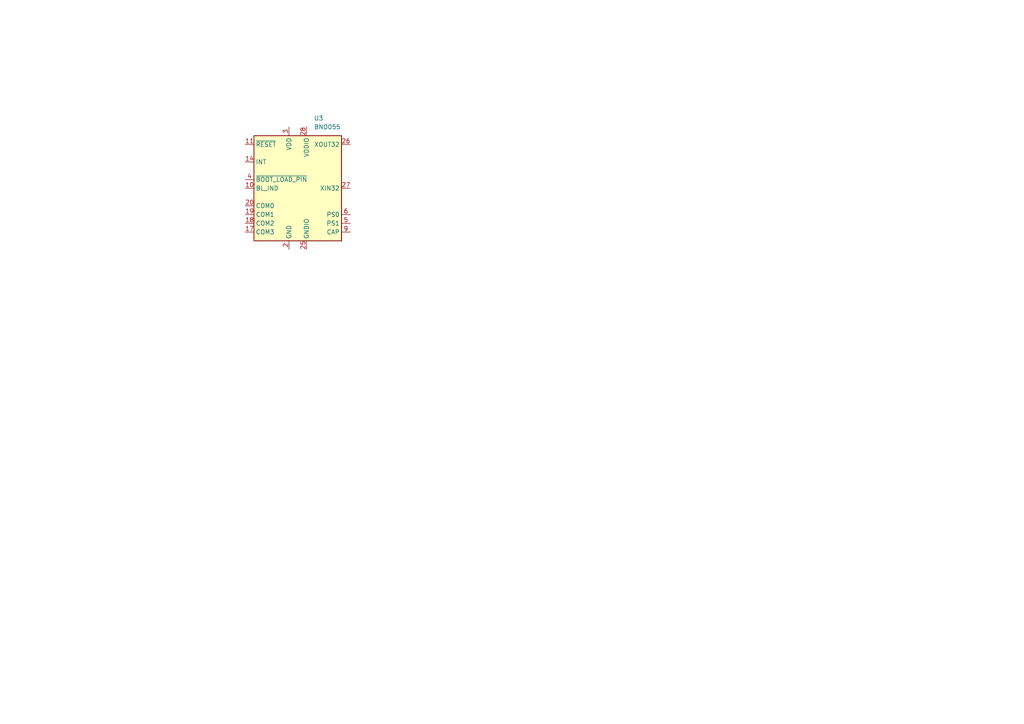
<source format=kicad_sch>
(kicad_sch (version 20250114) (generator "eeschema") (generator_version "9.0")
  (paper "A4")
  (lib_symbols
    (symbol "Sensor_Motion:BNO055"
      (property "Reference" "U" (at -11.43 16.51 0))
      (property "Value" "BNO055" (at 12.7 16.51 0))
      (symbol "BNO055_0_1"
        (rectangle (start -12.7 15.24) (end 12.7 -15.24) (stroke (width 0.254)) (fill (type background)))
      )
      (symbol "BNO055_1_1"
        (pin input line (at -15.24 12.7 0) (length 2.54) (name "~{RESET}") (number "11"))
        (pin output line (at -15.24 7.62 0) (length 2.54) (name "INT") (number "14"))
        (pin input line (at -15.24 2.54 0) (length 2.54) (name "~{BOOT_LOAD_PIN}") (number "4"))
        (pin output line (at -15.24 0 0) (length 2.54) (name "BL_IND") (number "10"))
        (pin bidirectional line (at -15.24 -5.08 0) (length 2.54) (name "COM0") (number "20"))
        (pin bidirectional line (at -15.24 -7.62 0) (length 2.54) (name "COM1") (number "19"))
        (pin passive line (at -15.24 -10.16 0) (length 2.54) (name "COM2") (number "18"))
        (pin input line (at -15.24 -12.7 0) (length 2.54) (name "COM3") (number "17"))
        (pin no_connect line (at -12.7 10.16 0) (length 2.54) (hide yes) (name "PIN1") (number "1"))
        (pin no_connect line (at -12.7 5.08 0) (length 2.54) (hide yes) (name "PIN7") (number "7"))
        (pin no_connect line (at -12.7 -2.54 0) (length 2.54) (hide yes) (name "PIN8") (number "8"))
        (pin power_in line (at -2.54 17.78 270) (length 2.54) (name "VDD") (number "3"))
        (pin power_in line (at -2.54 -17.78 90) (length 2.54) (name "GND") (number "2"))
        (pin power_in line (at 2.54 17.78 270) (length 2.54) (name "VDDIO") (number "28"))
        (pin power_in line (at 2.54 -17.78 90) (length 2.54) (name "GNDIO") (number "25"))
        (pin no_connect line (at 5.08 -15.24 90) (length 2.54) (hide yes) (name "PIN15") (number "15"))
        (pin no_connect line (at 7.62 -15.24 90) (length 2.54) (hide yes) (name "PIN16") (number "16"))
        (pin no_connect line (at 12.7 10.16 180) (length 2.54) (hide yes) (name "PIN12") (number "12"))
        (pin no_connect line (at 12.7 7.62 180) (length 2.54) (hide yes) (name "PIN13") (number "13"))
        (pin no_connect line (at 12.7 5.08 180) (length 2.54) (hide yes) (name "PIN21") (number "21"))
        (pin no_connect line (at 12.7 2.54 180) (length 2.54) (hide yes) (name "PIN22") (number "22"))
        (pin no_connect line (at 12.7 -2.54 180) (length 2.54) (hide yes) (name "PIN23") (number "23"))
        (pin no_connect line (at 12.7 -5.08 180) (length 2.54) (hide yes) (name "PIN24") (number "24"))
        (pin output line (at 15.24 12.7 180) (length 2.54) (name "XOUT32") (number "26"))
        (pin input line (at 15.24 0 180) (length 2.54) (name "XIN32") (number "27"))
        (pin input line (at 15.24 -7.62 180) (length 2.54) (name "PS0") (number "6"))
        (pin input line (at 15.24 -10.16 180) (length 2.54) (name "PS1") (number "5"))
        (pin passive line (at 15.24 -12.7 180) (length 2.54) (name "CAP") (number "9"))
      )
    )
  )
  (symbol (lib_id "Sensor_Motion:BNO055") (at 86.36 54.61 0) (unit 1)
    (property "Reference" "U3" (at 91.0433 34.29 0) (effects (justify left)))
    (property "Value" "BNO055" (at 91.0433 36.83 0) (effects (justify left)))
    (property "Footprint" "Package_LGA:LGA-28_5.2x3.8mm_P0.5mm" (effects (hide yes)))
    (property "Datasheet" "https://www.bosch-sensortec.com/media/boschsensortec/downloads/datasheets/bst-bno055-ds000.pdf" (effects (hide yes)))
    (property "Description" "Intelligent 9-axis absolute orientation sensor, LGA-28" (effects (hide yes)))
  )
)
</source>
